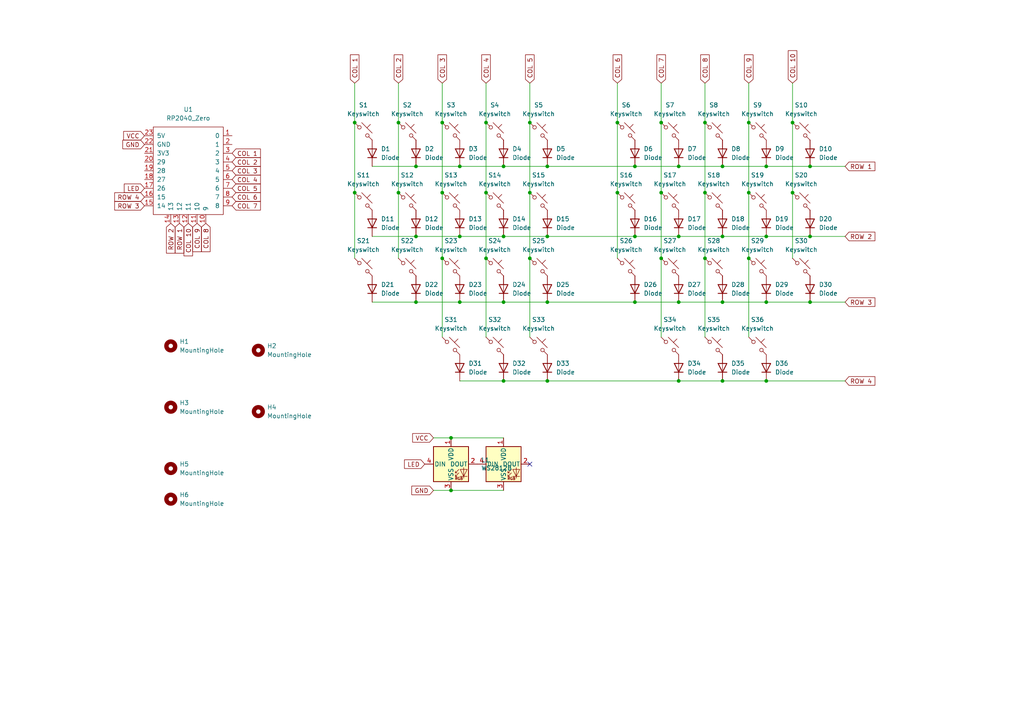
<source format=kicad_sch>
(kicad_sch (version 20230121) (generator eeschema)
  (paper "A4")
  (lib_symbols
    (symbol "LED:WS2812B" (pin_names (offset 0.254))
      (property "Reference" "D" (at 5.08 5.715 0))
      (property "Value" "WS2812B" (at 1.27 -5.715 0))
      (symbol "WS2812B_0_0"
        (text "RGB" (at 2.286 -4.191 0) (effects (font (size 0.762 0.762))))
      )
      (symbol "WS2812B_0_1"
        (polyline (pts (xy 1.27 -3.556) (xy 1.778 -3.556)))
        (polyline (pts (xy 1.27 -2.54) (xy 1.778 -2.54)))
        (polyline (pts (xy 4.699 -3.556) (xy 2.667 -3.556)))
        (polyline (pts (xy 2.286 -2.54) (xy 1.27 -3.556) (xy 1.27 -3.048)))
        (polyline (pts (xy 2.286 -1.524) (xy 1.27 -2.54) (xy 1.27 -2.032)))
        (polyline (pts (xy 3.683 -1.016) (xy 3.683 -3.556) (xy 3.683 -4.064)))
        (polyline (pts (xy 4.699 -1.524) (xy 2.667 -1.524) (xy 3.683 -3.556) (xy 4.699 -1.524)))
        (rectangle (start 5.08 5.08) (end -5.08 -5.08) (stroke (width 0.254)) (fill (type background)))
      )
      (symbol "WS2812B_1_1"
        (pin power_in line (at 0 7.62 270) (length 2.54) (name "VDD") (number "1"))
        (pin output line (at 7.62 0 180) (length 2.54) (name "DOUT") (number "2"))
        (pin power_in line (at 0 -7.62 90) (length 2.54) (name "VSS") (number "3"))
        (pin input line (at -7.62 0 0) (length 2.54) (name "DIN") (number "4"))
      )
    )
    (symbol "Mechanical:MountingHole" (pin_names (offset 1.016))
      (property "Reference" "H" (at 0 5.08 0))
      (property "Value" "MountingHole" (at 0 3.175 0))
      (symbol "MountingHole_0_1"
        (circle (center 0 0) (radius 1.27) (stroke (width 1.27)))
      )
    )
    (symbol "ScottoKeebs:MCU_RP2040_Zero" (pin_names (offset 1.016))
      (property "Reference" "U" (at 0 15.24 0))
      (property "Value" "RP2040_Zero" (at 0 12.7 0))
      (symbol "MCU_RP2040_Zero_0_1"
        (rectangle (start -10.16 11.43) (end 10.16 -13.97))
      )
      (symbol "MCU_RP2040_Zero_1_1"
        (pin bidirectional line (at 12.7 8.89 180) (length 2.54) (name "0") (number "1"))
        (pin bidirectional line (at 5.08 -16.51 90) (length 2.54) (name "9") (number "10"))
        (pin bidirectional line (at 2.54 -16.51 90) (length 2.54) (name "10") (number "11"))
        (pin bidirectional line (at 0 -16.51 90) (length 2.54) (name "11") (number "12"))
        (pin bidirectional line (at -2.54 -16.51 90) (length 2.54) (name "12") (number "13"))
        (pin bidirectional line (at -5.08 -16.51 90) (length 2.54) (name "13") (number "14"))
        (pin bidirectional line (at -12.7 -11.43 0) (length 2.54) (name "14") (number "15"))
        (pin bidirectional line (at -12.7 -8.89 0) (length 2.54) (name "15") (number "16"))
        (pin bidirectional line (at -12.7 -6.35 0) (length 2.54) (name "26") (number "17"))
        (pin bidirectional line (at -12.7 -3.81 0) (length 2.54) (name "27") (number "18"))
        (pin bidirectional line (at -12.7 -1.27 0) (length 2.54) (name "28") (number "19"))
        (pin bidirectional line (at 12.7 6.35 180) (length 2.54) (name "1") (number "2"))
        (pin bidirectional line (at -12.7 1.27 0) (length 2.54) (name "29") (number "20"))
        (pin power_out line (at -12.7 3.81 0) (length 2.54) (name "3V3") (number "21"))
        (pin power_out line (at -12.7 6.35 0) (length 2.54) (name "GND") (number "22"))
        (pin power_out line (at -12.7 8.89 0) (length 2.54) (name "5V") (number "23"))
        (pin bidirectional line (at 12.7 3.81 180) (length 2.54) (name "2") (number "3"))
        (pin bidirectional line (at 12.7 1.27 180) (length 2.54) (name "3") (number "4"))
        (pin bidirectional line (at 12.7 -1.27 180) (length 2.54) (name "4") (number "5"))
        (pin bidirectional line (at 12.7 -3.81 180) (length 2.54) (name "5") (number "6"))
        (pin bidirectional line (at 12.7 -6.35 180) (length 2.54) (name "6") (number "7"))
        (pin bidirectional line (at 12.7 -8.89 180) (length 2.54) (name "7") (number "8"))
        (pin bidirectional line (at 12.7 -11.43 180) (length 2.54) (name "8") (number "9"))
      )
    )
    (symbol "ScottoKeebs:Placeholder_Diode" (pin_numbers hide) (pin_names hide)
      (property "Reference" "D" (at 0 2.54 0))
      (property "Value" "Diode" (at 0 -2.54 0))
      (symbol "Placeholder_Diode_0_1"
        (polyline (pts (xy -1.27 1.27) (xy -1.27 -1.27)) (stroke (width 0.254)))
        (polyline (pts (xy 1.27 0) (xy -1.27 0)))
        (polyline (pts (xy 1.27 1.27) (xy 1.27 -1.27) (xy -1.27 0) (xy 1.27 1.27)) (stroke (width 0.254)))
      )
      (symbol "Placeholder_Diode_1_1"
        (pin passive line (at -3.81 0 0) (length 2.54) (name "K") (number "1"))
        (pin passive line (at 3.81 0 180) (length 2.54) (name "A") (number "2"))
      )
    )
    (symbol "ScottoKeebs:Placeholder_Keyswitch" (pin_numbers hide) (pin_names (offset 1.016) hide)
      (property "Reference" "S" (at 3.048 1.016 0))
      (property "Value" "Keyswitch" (at 0 -3.81 0))
      (symbol "Placeholder_Keyswitch_0_1"
        (circle (center -1.1684 1.1684) (radius 0.508))
        (polyline (pts (xy -0.508 2.54) (xy 2.54 -0.508)))
        (polyline (pts (xy 1.016 1.016) (xy 2.032 2.032)))
        (polyline (pts (xy -2.54 2.54) (xy -1.524 1.524) (xy -1.524 1.524)))
        (polyline (pts (xy 1.524 -1.524) (xy 2.54 -2.54) (xy 2.54 -2.54) (xy 2.54 -2.54)))
        (circle (center 1.143 -1.1938) (radius 0.508))
        (pin passive line (at -2.54 2.54 0) (length 0) (name "1") (number "1"))
        (pin passive line (at 2.54 -2.54 180) (length 0) (name "2") (number "2"))
      )
    )
  )
  (junction (at 146.05 68.58))
  (junction (at 158.75 87.63))
  (junction (at 153.67 74.93))
  (junction (at 204.47 35.56))
  (junction (at 179.07 35.56))
  (junction (at 209.55 110.49))
  (junction (at 229.87 35.56))
  (junction (at 130.81 142.24))
  (junction (at 234.95 48.26))
  (junction (at 115.57 55.88))
  (junction (at 140.97 55.88))
  (junction (at 146.05 87.63))
  (junction (at 153.67 35.56))
  (junction (at 196.85 48.26))
  (junction (at 146.05 48.26))
  (junction (at 158.75 68.58))
  (junction (at 234.95 68.58))
  (junction (at 120.65 68.58))
  (junction (at 133.35 48.26))
  (junction (at 204.47 55.88))
  (junction (at 128.27 35.56))
  (junction (at 140.97 35.56))
  (junction (at 158.75 48.26))
  (junction (at 234.95 87.63))
  (junction (at 222.25 87.63))
  (junction (at 191.77 35.56))
  (junction (at 128.27 55.88))
  (junction (at 120.65 48.26))
  (junction (at 184.15 48.26))
  (junction (at 120.65 87.63))
  (junction (at 217.17 74.93))
  (junction (at 217.17 35.56))
  (junction (at 133.35 87.63))
  (junction (at 102.87 55.88))
  (junction (at 229.87 55.88))
  (junction (at 204.47 74.93))
  (junction (at 196.85 87.63))
  (junction (at 209.55 68.58))
  (junction (at 222.25 68.58))
  (junction (at 184.15 68.58))
  (junction (at 209.55 48.26))
  (junction (at 217.17 55.88))
  (junction (at 196.85 68.58))
  (junction (at 184.15 87.63))
  (junction (at 179.07 55.88))
  (junction (at 133.35 68.58))
  (junction (at 222.25 48.26))
  (junction (at 130.81 127))
  (junction (at 191.77 74.93))
  (junction (at 209.55 87.63))
  (junction (at 140.97 74.93))
  (junction (at 115.57 35.56))
  (junction (at 191.77 55.88))
  (junction (at 102.87 35.56))
  (junction (at 222.25 110.49))
  (junction (at 146.05 110.49))
  (junction (at 158.75 110.49))
  (junction (at 153.67 55.88))
  (junction (at 196.85 110.49))
  (junction (at 128.27 74.93))
  (no_connect (at 153.67 134.62))
  (wire (pts (xy 102.87 55.88) (xy 102.87 74.93)))
  (wire (pts (xy 153.67 55.88) (xy 153.67 74.93)))
  (wire (pts (xy 140.97 55.88) (xy 140.97 74.93)))
  (wire (pts (xy 196.85 109.22) (xy 196.85 110.49)))
  (wire (pts (xy 229.87 35.56) (xy 229.87 55.88)))
  (wire (pts (xy 179.07 35.56) (xy 179.07 55.88)))
  (wire (pts (xy 158.75 110.49) (xy 196.85 110.49)))
  (wire (pts (xy 191.77 55.88) (xy 191.77 74.93)))
  (wire (pts (xy 209.55 87.63) (xy 222.25 87.63)))
  (wire (pts (xy 158.75 48.26) (xy 184.15 48.26)))
  (wire (pts (xy 146.05 142.24) (xy 130.81 142.24)))
  (wire (pts (xy 115.57 55.88) (xy 115.57 74.93)))
  (wire (pts (xy 217.17 35.56) (xy 217.17 55.88)))
  (wire (pts (xy 184.15 87.63) (xy 196.85 87.63)))
  (wire (pts (xy 107.95 48.26) (xy 120.65 48.26)))
  (wire (pts (xy 125.73 127) (xy 130.81 127)))
  (wire (pts (xy 133.35 48.26) (xy 146.05 48.26)))
  (wire (pts (xy 204.47 74.93) (xy 204.47 97.79)))
  (wire (pts (xy 234.95 87.63) (xy 245.11 87.63)))
  (wire (pts (xy 128.27 35.56) (xy 128.27 55.88)))
  (wire (pts (xy 128.27 55.88) (xy 128.27 74.93)))
  (wire (pts (xy 102.87 24.13) (xy 102.87 35.56)))
  (wire (pts (xy 234.95 68.58) (xy 245.11 68.58)))
  (wire (pts (xy 158.75 68.58) (xy 184.15 68.58)))
  (wire (pts (xy 204.47 24.13) (xy 204.47 35.56)))
  (wire (pts (xy 191.77 24.13) (xy 191.77 35.56)))
  (wire (pts (xy 209.55 48.26) (xy 222.25 48.26)))
  (wire (pts (xy 191.77 74.93) (xy 191.77 97.79)))
  (wire (pts (xy 196.85 110.49) (xy 209.55 110.49)))
  (wire (pts (xy 133.35 68.58) (xy 146.05 68.58)))
  (wire (pts (xy 229.87 24.13) (xy 229.87 35.56)))
  (wire (pts (xy 120.65 48.26) (xy 133.35 48.26)))
  (wire (pts (xy 234.95 48.26) (xy 245.11 48.26)))
  (wire (pts (xy 209.55 68.58) (xy 222.25 68.58)))
  (wire (pts (xy 222.25 87.63) (xy 234.95 87.63)))
  (wire (pts (xy 153.67 74.93) (xy 153.67 97.79)))
  (wire (pts (xy 196.85 68.58) (xy 209.55 68.58)))
  (wire (pts (xy 196.85 87.63) (xy 209.55 87.63)))
  (wire (pts (xy 146.05 68.58) (xy 158.75 68.58)))
  (wire (pts (xy 115.57 35.56) (xy 115.57 55.88)))
  (wire (pts (xy 222.25 48.26) (xy 234.95 48.26)))
  (wire (pts (xy 184.15 68.58) (xy 196.85 68.58)))
  (wire (pts (xy 120.65 68.58) (xy 133.35 68.58)))
  (wire (pts (xy 120.65 87.63) (xy 133.35 87.63)))
  (wire (pts (xy 158.75 87.63) (xy 184.15 87.63)))
  (wire (pts (xy 191.77 35.56) (xy 191.77 55.88)))
  (wire (pts (xy 102.87 35.56) (xy 102.87 55.88)))
  (wire (pts (xy 179.07 55.88) (xy 179.07 74.93)))
  (wire (pts (xy 184.15 48.26) (xy 196.85 48.26)))
  (wire (pts (xy 222.25 110.49) (xy 245.11 110.49)))
  (wire (pts (xy 217.17 24.13) (xy 217.17 35.56)))
  (wire (pts (xy 107.95 87.63) (xy 120.65 87.63)))
  (wire (pts (xy 153.67 35.56) (xy 153.67 55.88)))
  (wire (pts (xy 146.05 87.63) (xy 158.75 87.63)))
  (wire (pts (xy 125.73 142.24) (xy 130.81 142.24)))
  (wire (pts (xy 107.95 68.58) (xy 120.65 68.58)))
  (wire (pts (xy 140.97 24.13) (xy 140.97 35.56)))
  (wire (pts (xy 133.35 110.49) (xy 146.05 110.49)))
  (wire (pts (xy 179.07 24.13) (xy 179.07 35.56)))
  (wire (pts (xy 140.97 74.93) (xy 140.97 97.79)))
  (wire (pts (xy 217.17 74.93) (xy 217.17 97.79)))
  (wire (pts (xy 204.47 35.56) (xy 204.47 55.88)))
  (wire (pts (xy 140.97 35.56) (xy 140.97 55.88)))
  (wire (pts (xy 229.87 55.88) (xy 229.87 74.93)))
  (wire (pts (xy 204.47 55.88) (xy 204.47 74.93)))
  (wire (pts (xy 222.25 68.58) (xy 234.95 68.58)))
  (wire (pts (xy 128.27 74.93) (xy 128.27 97.79)))
  (wire (pts (xy 146.05 48.26) (xy 158.75 48.26)))
  (wire (pts (xy 196.85 48.26) (xy 209.55 48.26)))
  (wire (pts (xy 146.05 110.49) (xy 158.75 110.49)))
  (wire (pts (xy 128.27 24.13) (xy 128.27 35.56)))
  (wire (pts (xy 217.17 55.88) (xy 217.17 74.93)))
  (wire (pts (xy 153.67 24.13) (xy 153.67 35.56)))
  (wire (pts (xy 130.81 127) (xy 146.05 127)))
  (wire (pts (xy 115.57 24.13) (xy 115.57 35.56)))
  (wire (pts (xy 133.35 87.63) (xy 146.05 87.63)))
  (wire (pts (xy 209.55 110.49) (xy 222.25 110.49)))
  (global_label "ROW 1" (shape input) (at 245.11 48.26 0) (property "Intersheetrefs" "${INTERSHEET_REFS}" (effects hide)))
  (global_label "LED" (shape input) (at 123.19 134.62 180) (property "Intersheetrefs" "${INTERSHEET_REFS}" (effects hide)))
  (global_label "COL 10" (shape input) (at 229.87 24.13 90) (property "Intersheetrefs" "${INTERSHEET_REFS}" (effects hide)))
  (global_label "COL 6" (shape input) (at 179.07 24.13 90) (property "Intersheetrefs" "${INTERSHEET_REFS}" (effects hide)))
  (global_label "ROW 2" (shape input) (at 49.53 64.77 270) (property "Intersheetrefs" "${INTERSHEET_REFS}" (effects hide)))
  (global_label "GND" (shape input) (at 41.91 41.91 180) (property "Intersheetrefs" "${INTERSHEET_REFS}" (effects hide)))
  (global_label "ROW 4" (shape input) (at 245.11 110.49 0) (property "Intersheetrefs" "${INTERSHEET_REFS}" (effects hide)))
  (global_label "COL 7" (shape input) (at 67.31 59.69 0) (property "Intersheetrefs" "${INTERSHEET_REFS}" (effects hide)))
  (global_label "VCC" (shape input) (at 125.73 127 180) (property "Intersheetrefs" "${INTERSHEET_REFS}" (effects hide)))
  (global_label "COL 6" (shape input) (at 67.31 57.15 0) (property "Intersheetrefs" "${INTERSHEET_REFS}" (effects hide)))
  (global_label "COL 3" (shape input) (at 128.27 24.13 90) (property "Intersheetrefs" "${INTERSHEET_REFS}" (effects hide)))
  (global_label "COL 1" (shape input) (at 67.31 44.45 0) (property "Intersheetrefs" "${INTERSHEET_REFS}" (effects hide)))
  (global_label "COL 5" (shape input) (at 153.67 24.13 90) (property "Intersheetrefs" "${INTERSHEET_REFS}" (effects hide)))
  (global_label "ROW 4" (shape input) (at 41.91 57.15 180) (property "Intersheetrefs" "${INTERSHEET_REFS}" (effects hide)))
  (global_label "COL 1" (shape input) (at 102.87 24.13 90) (property "Intersheetrefs" "${INTERSHEET_REFS}" (effects hide)))
  (global_label "GND" (shape input) (at 125.73 142.24 180) (property "Intersheetrefs" "${INTERSHEET_REFS}" (effects hide)))
  (global_label "LED" (shape input) (at 41.91 54.61 180) (property "Intersheetrefs" "${INTERSHEET_REFS}" (effects hide)))
  (global_label "COL 8" (shape input) (at 204.47 24.13 90) (property "Intersheetrefs" "${INTERSHEET_REFS}" (effects hide)))
  (global_label "ROW 1" (shape input) (at 52.07 64.77 270) (property "Intersheetrefs" "${INTERSHEET_REFS}" (effects hide)))
  (global_label "COL 8" (shape input) (at 59.69 64.77 270) (property "Intersheetrefs" "${INTERSHEET_REFS}" (effects hide)))
  (global_label "COL 10" (shape input) (at 54.61 64.77 270) (property "Intersheetrefs" "${INTERSHEET_REFS}" (effects hide)))
  (global_label "VCC" (shape input) (at 41.91 39.37 180) (property "Intersheetrefs" "${INTERSHEET_REFS}" (effects hide)))
  (global_label "ROW 3" (shape input) (at 245.11 87.63 0) (property "Intersheetrefs" "${INTERSHEET_REFS}" (effects hide)))
  (global_label "COL 3" (shape input) (at 67.31 49.53 0) (property "Intersheetrefs" "${INTERSHEET_REFS}" (effects hide)))
  (global_label "COL 9" (shape input) (at 217.17 24.13 90) (property "Intersheetrefs" "${INTERSHEET_REFS}" (effects hide)))
  (global_label "COL 5" (shape input) (at 67.31 54.61 0) (property "Intersheetrefs" "${INTERSHEET_REFS}" (effects hide)))
  (global_label "COL 7" (shape input) (at 191.77 24.13 90) (property "Intersheetrefs" "${INTERSHEET_REFS}" (effects hide)))
  (global_label "COL 2" (shape input) (at 67.31 46.99 0) (property "Intersheetrefs" "${INTERSHEET_REFS}" (effects hide)))
  (global_label "ROW 3" (shape input) (at 41.91 59.69 180) (property "Intersheetrefs" "${INTERSHEET_REFS}" (effects hide)))
  (global_label "ROW 2" (shape input) (at 245.11 68.58 0) (property "Intersheetrefs" "${INTERSHEET_REFS}" (effects hide)))
  (global_label "COL 4" (shape input) (at 140.97 24.13 90) (property "Intersheetrefs" "${INTERSHEET_REFS}" (effects hide)))
  (global_label "COL 4" (shape input) (at 67.31 52.07 0) (property "Intersheetrefs" "${INTERSHEET_REFS}" (effects hide)))
  (global_label "COL 9" (shape input) (at 57.15 64.77 270) (property "Intersheetrefs" "${INTERSHEET_REFS}" (effects hide)))
  (global_label "COL 2" (shape input) (at 115.57 24.13 90) (property "Intersheetrefs" "${INTERSHEET_REFS}" (effects hide)))
  (symbol (lib_id "ScottoKeebs:Placeholder_Keyswitch") (at 118.11 38.1 0) (unit 1)
    (property "Reference" "S2" (at 118.11 30.48 0))
    (property "Value" "Keyswitch" (at 118.11 33.02 0))
    (property "Footprint" "PCM_marbastlib-choc:SW_choc_v1_HS_1u" (effects hide))
  )
  (symbol (lib_id "ScottoKeebs:Placeholder_Diode") (at 184.15 44.45 90) (unit 1)
    (property "Reference" "D6" (at 186.69 43.18 90) (effects (justify right)))
    (property "Value" "Diode" (at 186.69 45.72 90) (effects (justify right)))
    (property "Footprint" "ScottoKeebs_Components:Diode_SOD-123" (effects hide))
    (property "Sim.Device" "D" (effects hide))
    (property "Sim.Pins" "1=K 2=A" (effects hide))
  )
  (symbol (lib_id "ScottoKeebs:Placeholder_Diode") (at 209.55 106.68 90) (unit 1)
    (property "Reference" "D35" (at 212.09 105.41 90) (effects (justify right)))
    (property "Value" "Diode" (at 212.09 107.95 90) (effects (justify right)))
    (property "Footprint" "ScottoKeebs_Components:Diode_SOD-123" (effects hide))
    (property "Sim.Device" "D" (effects hide))
    (property "Sim.Pins" "1=K 2=A" (effects hide))
  )
  (symbol (lib_id "ScottoKeebs:Placeholder_Diode") (at 196.85 64.77 90) (unit 1)
    (property "Reference" "D17" (at 199.39 63.5 90) (effects (justify right)))
    (property "Value" "Diode" (at 199.39 66.04 90) (effects (justify right)))
    (property "Footprint" "ScottoKeebs_Components:Diode_SOD-123" (effects hide))
    (property "Sim.Device" "D" (effects hide))
    (property "Sim.Pins" "1=K 2=A" (effects hide))
  )
  (symbol (lib_id "Mechanical:MountingHole") (at 49.53 144.78 0) (unit 1)
    (property "Reference" "H6" (at 52.07 143.51 0) (effects (justify left)))
    (property "Value" "MountingHole" (at 52.07 146.05 0) (effects (justify left)))
    (property "Footprint" "MountingHole:MountingHole_2.2mm_M2" (effects hide))
  )
  (symbol (lib_id "ScottoKeebs:Placeholder_Diode") (at 120.65 44.45 90) (unit 1)
    (property "Reference" "D2" (at 123.19 43.18 90) (effects (justify right)))
    (property "Value" "Diode" (at 123.19 45.72 90) (effects (justify right)))
    (property "Footprint" "ScottoKeebs_Components:Diode_SOD-123" (effects hide))
    (property "Sim.Device" "D" (effects hide))
    (property "Sim.Pins" "1=K 2=A" (effects hide))
  )
  (symbol (lib_id "ScottoKeebs:Placeholder_Keyswitch") (at 156.21 58.42 0) (unit 1)
    (property "Reference" "S15" (at 156.21 50.8 0))
    (property "Value" "Keyswitch" (at 156.21 53.34 0))
    (property "Footprint" "PCM_marbastlib-choc:SW_choc_v1_HS_1u" (effects hide))
  )
  (symbol (lib_id "ScottoKeebs:Placeholder_Keyswitch") (at 194.31 100.33 0) (unit 1)
    (property "Reference" "S34" (at 194.31 92.71 0))
    (property "Value" "Keyswitch" (at 194.31 95.25 0))
    (property "Footprint" "PCM_marbastlib-choc:SW_choc_v1_HS_1u" (effects hide))
  )
  (symbol (lib_id "ScottoKeebs:Placeholder_Diode") (at 234.95 83.82 90) (unit 1)
    (property "Reference" "D30" (at 237.49 82.55 90) (effects (justify right)))
    (property "Value" "Diode" (at 237.49 85.09 90) (effects (justify right)))
    (property "Footprint" "ScottoKeebs_Components:Diode_SOD-123" (effects hide))
    (property "Sim.Device" "D" (effects hide))
    (property "Sim.Pins" "1=K 2=A" (effects hide))
  )
  (symbol (lib_id "ScottoKeebs:Placeholder_Keyswitch") (at 118.11 58.42 0) (unit 1)
    (property "Reference" "S12" (at 118.11 50.8 0))
    (property "Value" "Keyswitch" (at 118.11 53.34 0))
    (property "Footprint" "PCM_marbastlib-choc:SW_choc_v1_HS_1u" (effects hide))
  )
  (symbol (lib_id "ScottoKeebs:Placeholder_Keyswitch") (at 207.01 58.42 0) (unit 1)
    (property "Reference" "S18" (at 207.01 50.8 0))
    (property "Value" "Keyswitch" (at 207.01 53.34 0))
    (property "Footprint" "PCM_marbastlib-choc:SW_choc_v1_HS_1u" (effects hide))
  )
  (symbol (lib_id "ScottoKeebs:Placeholder_Keyswitch") (at 130.81 58.42 0) (unit 1)
    (property "Reference" "S13" (at 130.81 50.8 0))
    (property "Value" "Keyswitch" (at 130.81 53.34 0))
    (property "Footprint" "PCM_marbastlib-choc:SW_choc_v1_HS_1u" (effects hide))
  )
  (symbol (lib_id "ScottoKeebs:Placeholder_Keyswitch") (at 143.51 100.33 0) (unit 1)
    (property "Reference" "S32" (at 143.51 92.71 0))
    (property "Value" "Keyswitch" (at 143.51 95.25 0))
    (property "Footprint" "PCM_marbastlib-choc:SW_choc_v1_HS_1u" (effects hide))
  )
  (symbol (lib_id "ScottoKeebs:Placeholder_Keyswitch") (at 207.01 77.47 0) (unit 1)
    (property "Reference" "S28" (at 207.01 69.85 0))
    (property "Value" "Keyswitch" (at 207.01 72.39 0))
    (property "Footprint" "PCM_marbastlib-choc:SW_choc_v1_HS_1u" (effects hide))
  )
  (symbol (lib_id "ScottoKeebs:Placeholder_Keyswitch") (at 194.31 38.1 0) (unit 1)
    (property "Reference" "S7" (at 194.31 30.48 0))
    (property "Value" "Keyswitch" (at 194.31 33.02 0))
    (property "Footprint" "PCM_marbastlib-choc:SW_choc_v1_HS_1u" (effects hide))
  )
  (symbol (lib_id "ScottoKeebs:Placeholder_Keyswitch") (at 156.21 77.47 0) (unit 1)
    (property "Reference" "S25" (at 156.21 69.85 0))
    (property "Value" "Keyswitch" (at 156.21 72.39 0))
    (property "Footprint" "PCM_marbastlib-choc:SW_choc_v1_HS_1u" (effects hide))
  )
  (symbol (lib_id "ScottoKeebs:Placeholder_Diode") (at 158.75 83.82 90) (unit 1)
    (property "Reference" "D25" (at 161.29 82.55 90) (effects (justify right)))
    (property "Value" "Diode" (at 161.29 85.09 90) (effects (justify right)))
    (property "Footprint" "ScottoKeebs_Components:Diode_SOD-123" (effects hide))
    (property "Sim.Device" "D" (effects hide))
    (property "Sim.Pins" "1=K 2=A" (effects hide))
  )
  (symbol (lib_id "Mechanical:MountingHole") (at 49.53 100.33 0) (unit 1)
    (property "Reference" "H1" (at 52.07 99.06 0) (effects (justify left)))
    (property "Value" "MountingHole" (at 52.07 101.6 0) (effects (justify left)))
    (property "Footprint" "MountingHole:MountingHole_2.2mm_M2" (effects hide))
  )
  (symbol (lib_id "ScottoKeebs:Placeholder_Diode") (at 222.25 106.68 90) (unit 1)
    (property "Reference" "D36" (at 224.79 105.41 90) (effects (justify right)))
    (property "Value" "Diode" (at 224.79 107.95 90) (effects (justify right)))
    (property "Footprint" "ScottoKeebs_Components:Diode_SOD-123" (effects hide))
    (property "Sim.Device" "D" (effects hide))
    (property "Sim.Pins" "1=K 2=A" (effects hide))
  )
  (symbol (lib_id "ScottoKeebs:Placeholder_Diode") (at 234.95 44.45 90) (unit 1)
    (property "Reference" "D10" (at 237.49 43.18 90) (effects (justify right)))
    (property "Value" "Diode" (at 237.49 45.72 90) (effects (justify right)))
    (property "Footprint" "ScottoKeebs_Components:Diode_SOD-123" (effects hide))
    (property "Sim.Device" "D" (effects hide))
    (property "Sim.Pins" "1=K 2=A" (effects hide))
  )
  (symbol (lib_id "ScottoKeebs:Placeholder_Diode") (at 133.35 83.82 90) (unit 1)
    (property "Reference" "D23" (at 135.89 82.55 90) (effects (justify right)))
    (property "Value" "Diode" (at 135.89 85.09 90) (effects (justify right)))
    (property "Footprint" "ScottoKeebs_Components:Diode_SOD-123" (effects hide))
    (property "Sim.Device" "D" (effects hide))
    (property "Sim.Pins" "1=K 2=A" (effects hide))
  )
  (symbol (lib_id "ScottoKeebs:Placeholder_Diode") (at 146.05 83.82 90) (unit 1)
    (property "Reference" "D24" (at 148.59 82.55 90) (effects (justify right)))
    (property "Value" "Diode" (at 148.59 85.09 90) (effects (justify right)))
    (property "Footprint" "ScottoKeebs_Components:Diode_SOD-123" (effects hide))
    (property "Sim.Device" "D" (effects hide))
    (property "Sim.Pins" "1=K 2=A" (effects hide))
  )
  (symbol (lib_id "ScottoKeebs:Placeholder_Diode") (at 133.35 106.68 90) (unit 1)
    (property "Reference" "D31" (at 135.89 105.41 90) (effects (justify right)))
    (property "Value" "Diode" (at 135.89 107.95 90) (effects (justify right)))
    (property "Footprint" "ScottoKeebs_Components:Diode_SOD-123" (effects hide))
    (property "Sim.Device" "D" (effects hide))
    (property "Sim.Pins" "1=K 2=A" (effects hide))
  )
  (symbol (lib_id "ScottoKeebs:Placeholder_Diode") (at 107.95 44.45 90) (unit 1)
    (property "Reference" "D1" (at 110.49 43.18 90) (effects (justify right)))
    (property "Value" "Diode" (at 110.49 45.72 90) (effects (justify right)))
    (property "Footprint" "ScottoKeebs_Components:Diode_SOD-123" (effects hide))
    (property "Sim.Device" "D" (effects hide))
    (property "Sim.Pins" "1=K 2=A" (effects hide))
  )
  (symbol (lib_id "ScottoKeebs:Placeholder_Keyswitch") (at 130.81 77.47 0) (unit 1)
    (property "Reference" "S23" (at 130.81 69.85 0))
    (property "Value" "Keyswitch" (at 130.81 72.39 0))
    (property "Footprint" "PCM_marbastlib-choc:SW_choc_v1_HS_1u" (effects hide))
  )
  (symbol (lib_id "ScottoKeebs:Placeholder_Keyswitch") (at 143.51 77.47 0) (unit 1)
    (property "Reference" "S24" (at 143.51 69.85 0))
    (property "Value" "Keyswitch" (at 143.51 72.39 0))
    (property "Footprint" "PCM_marbastlib-choc:SW_choc_v1_HS_1u" (effects hide))
  )
  (symbol (lib_id "ScottoKeebs:Placeholder_Keyswitch") (at 130.81 100.33 0) (unit 1)
    (property "Reference" "S31" (at 130.81 92.71 0))
    (property "Value" "Keyswitch" (at 130.81 95.25 0))
    (property "Footprint" "PCM_marbastlib-choc:SW_choc_v1_HS_1u" (effects hide))
  )
  (symbol (lib_id "ScottoKeebs:Placeholder_Diode") (at 196.85 83.82 90) (unit 1)
    (property "Reference" "D27" (at 199.39 82.55 90) (effects (justify right)))
    (property "Value" "Diode" (at 199.39 85.09 90) (effects (justify right)))
    (property "Footprint" "ScottoKeebs_Components:Diode_SOD-123" (effects hide))
    (property "Sim.Device" "D" (effects hide))
    (property "Sim.Pins" "1=K 2=A" (effects hide))
  )
  (symbol (lib_id "ScottoKeebs:Placeholder_Diode") (at 222.25 64.77 90) (unit 1)
    (property "Reference" "D19" (at 224.79 63.5 90) (effects (justify right)))
    (property "Value" "Diode" (at 224.79 66.04 90) (effects (justify right)))
    (property "Footprint" "ScottoKeebs_Components:Diode_SOD-123" (effects hide))
    (property "Sim.Device" "D" (effects hide))
    (property "Sim.Pins" "1=K 2=A" (effects hide))
  )
  (symbol (lib_id "ScottoKeebs:Placeholder_Diode") (at 222.25 44.45 90) (unit 1)
    (property "Reference" "D9" (at 224.79 43.18 90) (effects (justify right)))
    (property "Value" "Diode" (at 224.79 45.72 90) (effects (justify right)))
    (property "Footprint" "ScottoKeebs_Components:Diode_SOD-123" (effects hide))
    (property "Sim.Device" "D" (effects hide))
    (property "Sim.Pins" "1=K 2=A" (effects hide))
  )
  (symbol (lib_id "ScottoKeebs:Placeholder_Keyswitch") (at 105.41 77.47 0) (unit 1)
    (property "Reference" "S21" (at 105.41 69.85 0))
    (property "Value" "Keyswitch" (at 105.41 72.39 0))
    (property "Footprint" "PCM_marbastlib-choc:SW_choc_v1_HS_1u" (effects hide))
  )
  (symbol (lib_id "ScottoKeebs:Placeholder_Keyswitch") (at 232.41 58.42 0) (unit 1)
    (property "Reference" "S20" (at 232.41 50.8 0))
    (property "Value" "Keyswitch" (at 232.41 53.34 0))
    (property "Footprint" "PCM_marbastlib-choc:SW_choc_v1_HS_1u" (effects hide))
  )
  (symbol (lib_id "ScottoKeebs:Placeholder_Keyswitch") (at 105.41 38.1 0) (unit 1)
    (property "Reference" "S1" (at 105.41 30.48 0))
    (property "Value" "Keyswitch" (at 105.41 33.02 0))
    (property "Footprint" "PCM_marbastlib-choc:SW_choc_v1_HS_1u" (effects hide))
  )
  (symbol (lib_id "ScottoKeebs:Placeholder_Diode") (at 209.55 64.77 90) (unit 1)
    (property "Reference" "D18" (at 212.09 63.5 90) (effects (justify right)))
    (property "Value" "Diode" (at 212.09 66.04 90) (effects (justify right)))
    (property "Footprint" "ScottoKeebs_Components:Diode_SOD-123" (effects hide))
    (property "Sim.Device" "D" (effects hide))
    (property "Sim.Pins" "1=K 2=A" (effects hide))
  )
  (symbol (lib_id "ScottoKeebs:Placeholder_Diode") (at 196.85 106.68 90) (unit 1)
    (property "Reference" "D34" (at 199.39 105.41 90) (effects (justify right)))
    (property "Value" "Diode" (at 199.39 107.95 90) (effects (justify right)))
    (property "Footprint" "ScottoKeebs_Components:Diode_SOD-123" (effects hide))
    (property "Sim.Device" "D" (effects hide))
    (property "Sim.Pins" "1=K 2=A" (effects hide))
  )
  (symbol (lib_id "ScottoKeebs:Placeholder_Diode") (at 133.35 64.77 90) (unit 1)
    (property "Reference" "D13" (at 135.89 63.5 90) (effects (justify right)))
    (property "Value" "Diode" (at 135.89 66.04 90) (effects (justify right)))
    (property "Footprint" "ScottoKeebs_Components:Diode_SOD-123" (effects hide))
    (property "Sim.Device" "D" (effects hide))
    (property "Sim.Pins" "1=K 2=A" (effects hide))
  )
  (symbol (lib_id "ScottoKeebs:Placeholder_Keyswitch") (at 232.41 38.1 0) (unit 1)
    (property "Reference" "S10" (at 232.41 30.48 0))
    (property "Value" "Keyswitch" (at 232.41 33.02 0))
    (property "Footprint" "PCM_marbastlib-choc:SW_choc_v1_HS_1u" (effects hide))
  )
  (symbol (lib_id "ScottoKeebs:Placeholder_Diode") (at 158.75 106.68 90) (unit 1)
    (property "Reference" "D33" (at 161.29 105.41 90) (effects (justify right)))
    (property "Value" "Diode" (at 161.29 107.95 90) (effects (justify right)))
    (property "Footprint" "ScottoKeebs_Components:Diode_SOD-123" (effects hide))
    (property "Sim.Device" "D" (effects hide))
    (property "Sim.Pins" "1=K 2=A" (effects hide))
  )
  (symbol (lib_id "ScottoKeebs:Placeholder_Diode") (at 120.65 83.82 90) (unit 1)
    (property "Reference" "D22" (at 123.19 82.55 90) (effects (justify right)))
    (property "Value" "Diode" (at 123.19 85.09 90) (effects (justify right)))
    (property "Footprint" "ScottoKeebs_Components:Diode_SOD-123" (effects hide))
    (property "Sim.Device" "D" (effects hide))
    (property "Sim.Pins" "1=K 2=A" (effects hide))
  )
  (symbol (lib_id "ScottoKeebs:Placeholder_Diode") (at 107.95 83.82 90) (unit 1)
    (property "Reference" "D21" (at 110.49 82.55 90) (effects (justify right)))
    (property "Value" "Diode" (at 110.49 85.09 90) (effects (justify right)))
    (property "Footprint" "ScottoKeebs_Components:Diode_SOD-123" (effects hide))
    (property "Sim.Device" "D" (effects hide))
    (property "Sim.Pins" "1=K 2=A" (effects hide))
  )
  (symbol (lib_id "ScottoKeebs:Placeholder_Diode") (at 196.85 44.45 90) (unit 1)
    (property "Reference" "D7" (at 199.39 43.18 90) (effects (justify right)))
    (property "Value" "Diode" (at 199.39 45.72 90) (effects (justify right)))
    (property "Footprint" "ScottoKeebs_Components:Diode_SOD-123" (effects hide))
    (property "Sim.Device" "D" (effects hide))
    (property "Sim.Pins" "1=K 2=A" (effects hide))
  )
  (symbol (lib_id "ScottoKeebs:Placeholder_Keyswitch") (at 156.21 100.33 0) (unit 1)
    (property "Reference" "S33" (at 156.21 92.71 0))
    (property "Value" "Keyswitch" (at 156.21 95.25 0))
    (property "Footprint" "PCM_marbastlib-choc:SW_choc_v1_HS_1u" (effects hide))
  )
  (symbol (lib_id "ScottoKeebs:Placeholder_Diode") (at 146.05 44.45 90) (unit 1)
    (property "Reference" "D4" (at 148.59 43.18 90) (effects (justify right)))
    (property "Value" "Diode" (at 148.59 45.72 90) (effects (justify right)))
    (property "Footprint" "ScottoKeebs_Components:Diode_SOD-123" (effects hide))
    (property "Sim.Device" "D" (effects hide))
    (property "Sim.Pins" "1=K 2=A" (effects hide))
  )
  (symbol (lib_id "LED:WS2812B") (at 130.81 134.62 0) (unit 1)
    (property "Reference" "L1" (at 139.5476 133.4516 0) (effects (justify left)))
    (property "Value" "WS2812B" (at 139.5476 135.763 0) (effects (justify left)))
    (property "Footprint" "LED_SMD:LED_WS2812B_PLCC4_5.0x5.0mm_P3.2mm" (effects hide))
    (property "Datasheet" "https://cdn-shop.adafruit.com/datasheets/WS2812B.pdf" (effects hide))
  )
  (symbol (lib_id "ScottoKeebs:Placeholder_Keyswitch") (at 207.01 100.33 0) (unit 1)
    (property "Reference" "S35" (at 207.01 92.71 0))
    (property "Value" "Keyswitch" (at 207.01 95.25 0))
    (property "Footprint" "PCM_marbastlib-choc:SW_choc_v1_HS_1u" (effects hide))
  )
  (symbol (lib_id "ScottoKeebs:Placeholder_Keyswitch") (at 219.71 77.47 0) (unit 1)
    (property "Reference" "S29" (at 219.71 69.85 0))
    (property "Value" "Keyswitch" (at 219.71 72.39 0))
    (property "Footprint" "PCM_marbastlib-choc:SW_choc_v1_HS_1u" (effects hide))
  )
  (symbol (lib_id "ScottoKeebs:Placeholder_Keyswitch") (at 118.11 77.47 0) (unit 1)
    (property "Reference" "S22" (at 118.11 69.85 0))
    (property "Value" "Keyswitch" (at 118.11 72.39 0))
    (property "Footprint" "PCM_marbastlib-choc:SW_choc_v1_HS_1u" (effects hide))
  )
  (symbol (lib_id "ScottoKeebs:Placeholder_Diode") (at 133.35 44.45 90) (unit 1)
    (property "Reference" "D3" (at 135.89 43.18 90) (effects (justify right)))
    (property "Value" "Diode" (at 135.89 45.72 90) (effects (justify right)))
    (property "Footprint" "ScottoKeebs_Components:Diode_SOD-123" (effects hide))
    (property "Sim.Device" "D" (effects hide))
    (property "Sim.Pins" "1=K 2=A" (effects hide))
  )
  (symbol (lib_id "ScottoKeebs:Placeholder_Keyswitch") (at 143.51 38.1 0) (unit 1)
    (property "Reference" "S4" (at 143.51 30.48 0))
    (property "Value" "Keyswitch" (at 143.51 33.02 0))
    (property "Footprint" "PCM_marbastlib-choc:SW_choc_v1_HS_1u" (effects hide))
  )
  (symbol (lib_id "ScottoKeebs:Placeholder_Keyswitch") (at 207.01 38.1 0) (unit 1)
    (property "Reference" "S8" (at 207.01 30.48 0))
    (property "Value" "Keyswitch" (at 207.01 33.02 0))
    (property "Footprint" "PCM_marbastlib-choc:SW_choc_v1_HS_1u" (effects hide))
  )
  (symbol (lib_id "ScottoKeebs:Placeholder_Keyswitch") (at 219.71 100.33 0) (unit 1)
    (property "Reference" "S36" (at 219.71 92.71 0))
    (property "Value" "Keyswitch" (at 219.71 95.25 0))
    (property "Footprint" "PCM_marbastlib-choc:SW_choc_v1_HS_1u" (effects hide))
  )
  (symbol (lib_id "ScottoKeebs:Placeholder_Diode") (at 146.05 106.68 90) (unit 1)
    (property "Reference" "D32" (at 148.59 105.41 90) (effects (justify right)))
    (property "Value" "Diode" (at 148.59 107.95 90) (effects (justify right)))
    (property "Footprint" "ScottoKeebs_Components:Diode_SOD-123" (effects hide))
    (property "Sim.Device" "D" (effects hide))
    (property "Sim.Pins" "1=K 2=A" (effects hide))
  )
  (symbol (lib_id "ScottoKeebs:Placeholder_Keyswitch") (at 232.41 77.47 0) (unit 1)
    (property "Reference" "S30" (at 232.41 69.85 0))
    (property "Value" "Keyswitch" (at 232.41 72.39 0))
    (property "Footprint" "PCM_marbastlib-choc:SW_choc_v1_HS_1u" (effects hide))
  )
  (symbol (lib_id "ScottoKeebs:Placeholder_Keyswitch") (at 181.61 77.47 0) (unit 1)
    (property "Reference" "S26" (at 181.61 69.85 0))
    (property "Value" "Keyswitch" (at 181.61 72.39 0))
    (property "Footprint" "PCM_marbastlib-choc:SW_choc_v1_HS_1u" (effects hide))
  )
  (symbol (lib_id "Mechanical:MountingHole") (at 74.93 119.38 0) (unit 1)
    (property "Reference" "H4" (at 77.47 118.11 0) (effects (justify left)))
    (property "Value" "MountingHole" (at 77.47 120.65 0) (effects (justify left)))
    (property "Footprint" "MountingHole:MountingHole_2.2mm_M2" (effects hide))
  )
  (symbol (lib_id "ScottoKeebs:Placeholder_Keyswitch") (at 194.31 77.47 0) (unit 1)
    (property "Reference" "S27" (at 194.31 69.85 0))
    (property "Value" "Keyswitch" (at 194.31 72.39 0))
    (property "Footprint" "PCM_marbastlib-choc:SW_choc_v1_HS_1u" (effects hide))
  )
  (symbol (lib_id "ScottoKeebs:Placeholder_Keyswitch") (at 130.81 38.1 0) (unit 1)
    (property "Reference" "S3" (at 130.81 30.48 0))
    (property "Value" "Keyswitch" (at 130.81 33.02 0))
    (property "Footprint" "PCM_marbastlib-choc:SW_choc_v1_HS_1u" (effects hide))
  )
  (symbol (lib_id "ScottoKeebs:Placeholder_Keyswitch") (at 105.41 58.42 0) (unit 1)
    (property "Reference" "S11" (at 105.41 50.8 0))
    (property "Value" "Keyswitch" (at 105.41 53.34 0))
    (property "Footprint" "PCM_marbastlib-choc:SW_choc_v1_HS_1u" (effects hide))
  )
  (symbol (lib_id "ScottoKeebs:Placeholder_Keyswitch") (at 156.21 38.1 0) (unit 1)
    (property "Reference" "S5" (at 156.21 30.48 0))
    (property "Value" "Keyswitch" (at 156.21 33.02 0))
    (property "Footprint" "PCM_marbastlib-choc:SW_choc_v1_HS_1u" (effects hide))
  )
  (symbol (lib_id "ScottoKeebs:Placeholder_Keyswitch") (at 219.71 38.1 0) (unit 1)
    (property "Reference" "S9" (at 219.71 30.48 0))
    (property "Value" "Keyswitch" (at 219.71 33.02 0))
    (property "Footprint" "PCM_marbastlib-choc:SW_choc_v1_HS_1u" (effects hide))
  )
  (symbol (lib_id "ScottoKeebs:Placeholder_Keyswitch") (at 181.61 38.1 0) (unit 1)
    (property "Reference" "S6" (at 181.61 30.48 0))
    (property "Value" "Keyswitch" (at 181.61 33.02 0))
    (property "Footprint" "PCM_marbastlib-choc:SW_choc_v1_HS_1u" (effects hide))
  )
  (symbol (lib_id "ScottoKeebs:Placeholder_Diode") (at 146.05 64.77 90) (unit 1)
    (property "Reference" "D14" (at 148.59 63.5 90) (effects (justify right)))
    (property "Value" "Diode" (at 148.59 66.04 90) (effects (justify right)))
    (property "Footprint" "ScottoKeebs_Components:Diode_SOD-123" (effects hide))
    (property "Sim.Device" "D" (effects hide))
    (property "Sim.Pins" "1=K 2=A" (effects hide))
  )
  (symbol (lib_id "Mechanical:MountingHole") (at 49.53 135.89 0) (unit 1)
    (property "Reference" "H5" (at 52.07 134.62 0) (effects (justify left)))
    (property "Value" "MountingHole" (at 52.07 137.16 0) (effects (justify left)))
    (property "Footprint" "MountingHole:MountingHole_2.2mm_M2" (effects hide))
  )
  (symbol (lib_id "ScottoKeebs:Placeholder_Diode") (at 107.95 64.77 90) (unit 1)
    (property "Reference" "D11" (at 110.49 63.5 90) (effects (justify right)))
    (property "Value" "Diode" (at 110.49 66.04 90) (effects (justify right)))
    (property "Footprint" "ScottoKeebs_Components:Diode_SOD-123" (effects hide))
    (property "Sim.Device" "D" (effects hide))
    (property "Sim.Pins" "1=K 2=A" (effects hide))
  )
  (symbol (lib_id "ScottoKeebs:Placeholder_Diode") (at 184.15 64.77 90) (unit 1)
    (property "Reference" "D16" (at 186.69 63.5 90) (effects (justify right)))
    (property "Value" "Diode" (at 186.69 66.04 90) (effects (justify right)))
    (property "Footprint" "ScottoKeebs_Components:Diode_SOD-123" (effects hide))
    (property "Sim.Device" "D" (effects hide))
    (property "Sim.Pins" "1=K 2=A" (effects hide))
  )
  (symbol (lib_id "ScottoKeebs:Placeholder_Diode") (at 209.55 83.82 90) (unit 1)
    (property "Reference" "D28" (at 212.09 82.55 90) (effects (justify right)))
    (property "Value" "Diode" (at 212.09 85.09 90) (effects (justify right)))
    (property "Footprint" "ScottoKeebs_Components:Diode_SOD-123" (effects hide))
    (property "Sim.Device" "D" (effects hide))
    (property "Sim.Pins" "1=K 2=A" (effects hide))
  )
  (symbol (lib_id "LED:WS2812B") (at 146.05 134.62 0) (unit 1)
    (property "Reference" "L2" (effects hide))
    (property "Value" "WS2812B" (effects hide))
    (property "Footprint" "LED_SMD:LED_WS2812B_PLCC4_5.0x5.0mm_P3.2mm" (effects hide))
    (property "Datasheet" "https://cdn-shop.adafruit.com/datasheets/WS2812B.pdf" (effects hide))
  )
  (symbol (lib_id "ScottoKeebs:Placeholder_Diode") (at 222.25 83.82 90) (unit 1)
    (property "Reference" "D29" (at 224.79 82.55 90) (effects (justify right)))
    (property "Value" "Diode" (at 224.79 85.09 90) (effects (justify right)))
    (property "Footprint" "ScottoKeebs_Components:Diode_SOD-123" (effects hide))
    (property "Sim.Device" "D" (effects hide))
    (property "Sim.Pins" "1=K 2=A" (effects hide))
  )
  (symbol (lib_id "ScottoKeebs:Placeholder_Diode") (at 158.75 64.77 90) (unit 1)
    (property "Reference" "D15" (at 161.29 63.5 90) (effects (justify right)))
    (property "Value" "Diode" (at 161.29 66.04 90) (effects (justify right)))
    (property "Footprint" "ScottoKeebs_Components:Diode_SOD-123" (effects hide))
    (property "Sim.Device" "D" (effects hide))
    (property "Sim.Pins" "1=K 2=A" (effects hide))
  )
  (symbol (lib_id "ScottoKeebs:Placeholder_Keyswitch") (at 194.31 58.42 0) (unit 1)
    (property "Reference" "S17" (at 194.31 50.8 0))
    (property "Value" "Keyswitch" (at 194.31 53.34 0))
    (property "Footprint" "PCM_marbastlib-choc:SW_choc_v1_HS_1u" (effects hide))
  )
  (symbol (lib_id "ScottoKeebs:Placeholder_Diode") (at 184.15 83.82 90) (unit 1)
    (property "Reference" "D26" (at 186.69 82.55 90) (effects (justify right)))
    (property "Value" "Diode" (at 186.69 85.09 90) (effects (justify right)))
    (property "Footprint" "ScottoKeebs_Components:Diode_SOD-123" (effects hide))
    (property "Sim.Device" "D" (effects hide))
    (property "Sim.Pins" "1=K 2=A" (effects hide))
  )
  (symbol (lib_id "ScottoKeebs:Placeholder_Diode") (at 158.75 44.45 90) (unit 1)
    (property "Reference" "D5" (at 161.29 43.18 90) (effects (justify right)))
    (property "Value" "Diode" (at 161.29 45.72 90) (effects (justify right)))
    (property "Footprint" "ScottoKeebs_Components:Diode_SOD-123" (effects hide))
    (property "Sim.Device" "D" (effects hide))
    (property "Sim.Pins" "1=K 2=A" (effects hide))
  )
  (symbol (lib_id "ScottoKeebs:Placeholder_Diode") (at 234.95 64.77 90) (unit 1)
    (property "Reference" "D20" (at 237.49 63.5 90) (effects (justify right)))
    (property "Value" "Diode" (at 237.49 66.04 90) (effects (justify right)))
    (property "Footprint" "ScottoKeebs_Components:Diode_SOD-123" (effects hide))
    (property "Sim.Device" "D" (effects hide))
    (property "Sim.Pins" "1=K 2=A" (effects hide))
  )
  (symbol (lib_id "ScottoKeebs:Placeholder_Keyswitch") (at 181.61 58.42 0) (unit 1)
    (property "Reference" "S16" (at 181.61 50.8 0))
    (property "Value" "Keyswitch" (at 181.61 53.34 0))
    (property "Footprint" "PCM_marbastlib-choc:SW_choc_v1_HS_1u" (effects hide))
  )
  (symbol (lib_id "ScottoKeebs:Placeholder_Keyswitch") (at 219.71 58.42 0) (unit 1)
    (property "Reference" "S19" (at 219.71 50.8 0))
    (property "Value" "Keyswitch" (at 219.71 53.34 0))
    (property "Footprint" "PCM_marbastlib-choc:SW_choc_v1_HS_1u" (effects hide))
  )
  (symbol (lib_id "ScottoKeebs:Placeholder_Keyswitch") (at 143.51 58.42 0) (unit 1)
    (property "Reference" "S14" (at 143.51 50.8 0))
    (property "Value" "Keyswitch" (at 143.51 53.34 0))
    (property "Footprint" "PCM_marbastlib-choc:SW_choc_v1_HS_1u" (effects hide))
  )
  (symbol (lib_id "Mechanical:MountingHole") (at 74.93 101.6 0) (unit 1)
    (property "Reference" "H2" (at 77.47 100.33 0) (effects (justify left)))
    (property "Value" "MountingHole" (at 77.47 102.87 0) (effects (justify left)))
    (property "Footprint" "MountingHole:MountingHole_2.2mm_M2" (effects hide))
  )
  (symbol (lib_id "ScottoKeebs:MCU_RP2040_Zero") (at 54.61 48.26 0) (unit 1)
    (property "Reference" "U1" (at 54.61 31.75 0))
    (property "Value" "RP2040_Zero" (at 54.61 34.29 0))
    (property "Footprint" "ScottoKeebs_MCU:RP2040_Zero" (effects hide))
  )
  (symbol (lib_id "ScottoKeebs:Placeholder_Diode") (at 209.55 44.45 90) (unit 1)
    (property "Reference" "D8" (at 212.09 43.18 90) (effects (justify right)))
    (property "Value" "Diode" (at 212.09 45.72 90) (effects (justify right)))
    (property "Footprint" "ScottoKeebs_Components:Diode_SOD-123" (effects hide))
    (property "Sim.Device" "D" (effects hide))
    (property "Sim.Pins" "1=K 2=A" (effects hide))
  )
  (symbol (lib_id "Mechanical:MountingHole") (at 49.53 118.11 0) (unit 1)
    (property "Reference" "H3" (at 52.07 116.84 0) (effects (justify left)))
    (property "Value" "MountingHole" (at 52.07 119.38 0) (effects (justify left)))
    (property "Footprint" "MountingHole:MountingHole_2.2mm_M2" (effects hide))
  )
  (symbol (lib_id "ScottoKeebs:Placeholder_Diode") (at 120.65 64.77 90) (unit 1)
    (property "Reference" "D12" (at 123.19 63.5 90) (effects (justify right)))
    (property "Value" "Diode" (at 123.19 66.04 90) (effects (justify right)))
    (property "Footprint" "ScottoKeebs_Components:Diode_SOD-123" (effects hide))
    (property "Sim.Device" "D" (effects hide))
    (property "Sim.Pins" "1=K 2=A" (effects hide))
  )
)
</source>
